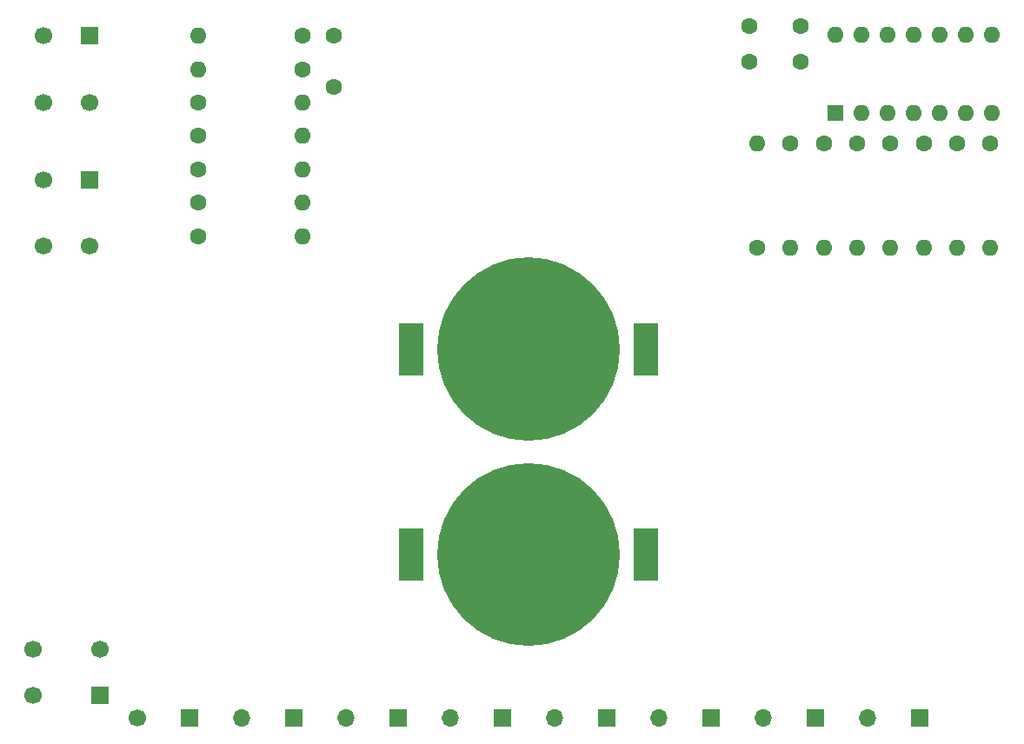
<source format=gbr>
%TF.GenerationSoftware,KiCad,Pcbnew,8.0.1*%
%TF.CreationDate,2024-04-19T02:30:16-04:00*%
%TF.ProjectId,hello-my-name-is,68656c6c-6f2d-46d7-992d-6e616d652d69,rev?*%
%TF.SameCoordinates,Original*%
%TF.FileFunction,Soldermask,Bot*%
%TF.FilePolarity,Negative*%
%FSLAX46Y46*%
G04 Gerber Fmt 4.6, Leading zero omitted, Abs format (unit mm)*
G04 Created by KiCad (PCBNEW 8.0.1) date 2024-04-19 02:30:16*
%MOMM*%
%LPD*%
G01*
G04 APERTURE LIST*
%ADD10C,0.000000*%
%ADD11C,1.600000*%
%ADD12O,1.600000X1.600000*%
%ADD13R,1.700000X1.700000*%
%ADD14C,1.700000*%
%ADD15R,1.600000X1.600000*%
%ADD16O,1.700000X1.700000*%
%ADD17R,2.489200X5.105400*%
%ADD18C,17.805000*%
G04 APERTURE END LIST*
D10*
%TO.C,B2*%
G36*
X153736831Y-84768363D02*
G01*
X155406916Y-85274978D01*
X156946075Y-86097675D01*
X158295160Y-87204840D01*
X159402325Y-88553925D01*
X160225022Y-90093084D01*
X160731637Y-91763169D01*
X160902700Y-93500000D01*
X160731637Y-95236831D01*
X160225022Y-96906916D01*
X159402325Y-98446075D01*
X158295160Y-99795160D01*
X156946075Y-100902325D01*
X155406916Y-101725022D01*
X153736831Y-102231637D01*
X152000000Y-102402700D01*
X150263169Y-102231637D01*
X148593084Y-101725022D01*
X147053925Y-100902325D01*
X145704840Y-99795160D01*
X144597675Y-98446075D01*
X143774978Y-96906916D01*
X143268363Y-95236831D01*
X143097300Y-93500000D01*
X143268363Y-91763169D01*
X143774978Y-90093084D01*
X144597675Y-88553925D01*
X145704840Y-87204840D01*
X147053925Y-86097675D01*
X148593084Y-85274978D01*
X150263169Y-84768363D01*
X152000000Y-84597300D01*
X153736831Y-84768363D01*
G37*
%TO.C,B1*%
G36*
X153736831Y-104768363D02*
G01*
X155406916Y-105274978D01*
X156946075Y-106097675D01*
X158295160Y-107204840D01*
X159402325Y-108553925D01*
X160225022Y-110093084D01*
X160731637Y-111763169D01*
X160902700Y-113500000D01*
X160731637Y-115236831D01*
X160225022Y-116906916D01*
X159402325Y-118446075D01*
X158295160Y-119795160D01*
X156946075Y-120902325D01*
X155406916Y-121725022D01*
X153736831Y-122231637D01*
X152000000Y-122402700D01*
X150263169Y-122231637D01*
X148593084Y-121725022D01*
X147053925Y-120902325D01*
X145704840Y-119795160D01*
X144597675Y-118446075D01*
X143774978Y-116906916D01*
X143268363Y-115236831D01*
X143097300Y-113500000D01*
X143268363Y-111763169D01*
X143774978Y-110093084D01*
X144597675Y-108553925D01*
X145704840Y-107204840D01*
X147053925Y-106097675D01*
X148593084Y-105274978D01*
X150263169Y-104768363D01*
X152000000Y-104597300D01*
X153736831Y-104768363D01*
G37*
%TD*%
D11*
%TO.C,R15*%
X130000000Y-63000000D03*
D12*
X119840000Y-63000000D03*
%TD*%
D11*
%TO.C,R14*%
X130000000Y-66250000D03*
D12*
X119840000Y-66250000D03*
%TD*%
D11*
%TO.C,R13*%
X119840000Y-72750000D03*
D12*
X130000000Y-72750000D03*
%TD*%
D13*
%TO.C,SW1*%
X109250000Y-77000000D03*
D14*
X109250000Y-83500000D03*
X104750000Y-77000000D03*
X104750000Y-83500000D03*
%TD*%
D11*
%TO.C,R12*%
X174250000Y-83660000D03*
D12*
X174250000Y-73500000D03*
%TD*%
D15*
%TO.C,U1*%
X181875000Y-70550000D03*
D12*
X184415000Y-70550000D03*
X186955000Y-70550000D03*
X189495000Y-70550000D03*
X192035000Y-70550000D03*
X194575000Y-70550000D03*
X197115000Y-70550000D03*
X197115000Y-62930000D03*
X194575000Y-62930000D03*
X192035000Y-62930000D03*
X189495000Y-62930000D03*
X186955000Y-62930000D03*
X184415000Y-62930000D03*
X181875000Y-62930000D03*
%TD*%
D11*
%TO.C,R2*%
X119840000Y-79250000D03*
D12*
X130000000Y-79250000D03*
%TD*%
D11*
%TO.C,R6*%
X190500000Y-73500000D03*
D12*
X190500000Y-83660000D03*
%TD*%
D11*
%TO.C,R5*%
X187250000Y-73500000D03*
D12*
X187250000Y-83660000D03*
%TD*%
D11*
%TO.C,R1*%
X119840000Y-76000000D03*
D12*
X130000000Y-76000000D03*
%TD*%
D11*
%TO.C,R4*%
X119840000Y-82500000D03*
D12*
X130000000Y-82500000D03*
%TD*%
D11*
%TO.C,C3*%
X178500000Y-62000000D03*
X173500000Y-62000000D03*
%TD*%
%TO.C,C2*%
X173500000Y-65500000D03*
X178500000Y-65500000D03*
%TD*%
D13*
%TO.C,SW2*%
X109250000Y-63000000D03*
D14*
X109250000Y-69500000D03*
X104750000Y-63000000D03*
X104750000Y-69500000D03*
%TD*%
%TO.C,J1*%
X113860000Y-129400000D03*
D13*
X118940000Y-129400000D03*
D16*
X124020000Y-129400000D03*
D13*
X129100000Y-129400000D03*
D16*
X134180000Y-129400000D03*
D13*
X139260000Y-129400000D03*
D16*
X144340000Y-129400000D03*
D13*
X149420000Y-129400000D03*
D16*
X154500000Y-129400000D03*
D13*
X159580000Y-129400000D03*
D16*
X164660000Y-129400000D03*
D13*
X169740000Y-129400000D03*
D16*
X174820000Y-129400000D03*
D13*
X179900000Y-129400000D03*
D16*
X184980000Y-129400000D03*
D13*
X190060000Y-129400000D03*
%TD*%
D11*
%TO.C,R11*%
X177500000Y-73500000D03*
D12*
X177500000Y-83660000D03*
%TD*%
D11*
%TO.C,R7*%
X193750000Y-73500000D03*
D12*
X193750000Y-83660000D03*
%TD*%
D11*
%TO.C,R8*%
X197000000Y-73500000D03*
D12*
X197000000Y-83660000D03*
%TD*%
D14*
%TO.C,SW3*%
X103750000Y-122750000D03*
X110250000Y-122750000D03*
X103750000Y-127250000D03*
D13*
X110250000Y-127250000D03*
%TD*%
D11*
%TO.C,R10*%
X180750000Y-73500000D03*
D12*
X180750000Y-83660000D03*
%TD*%
D11*
%TO.C,C1*%
X133000000Y-68000000D03*
X133000000Y-63000000D03*
%TD*%
%TO.C,R9*%
X184000000Y-73500000D03*
D12*
X184000000Y-83660000D03*
%TD*%
D11*
%TO.C,R3*%
X119840000Y-69500000D03*
D12*
X130000000Y-69500000D03*
%TD*%
D17*
%TO.C,B2*%
X140550000Y-93500000D03*
D18*
X152000000Y-93500000D03*
D17*
X163450000Y-93500000D03*
%TD*%
%TO.C,B1*%
X140550000Y-113500000D03*
D18*
X152000000Y-113500000D03*
D17*
X163450000Y-113500000D03*
%TD*%
M02*

</source>
